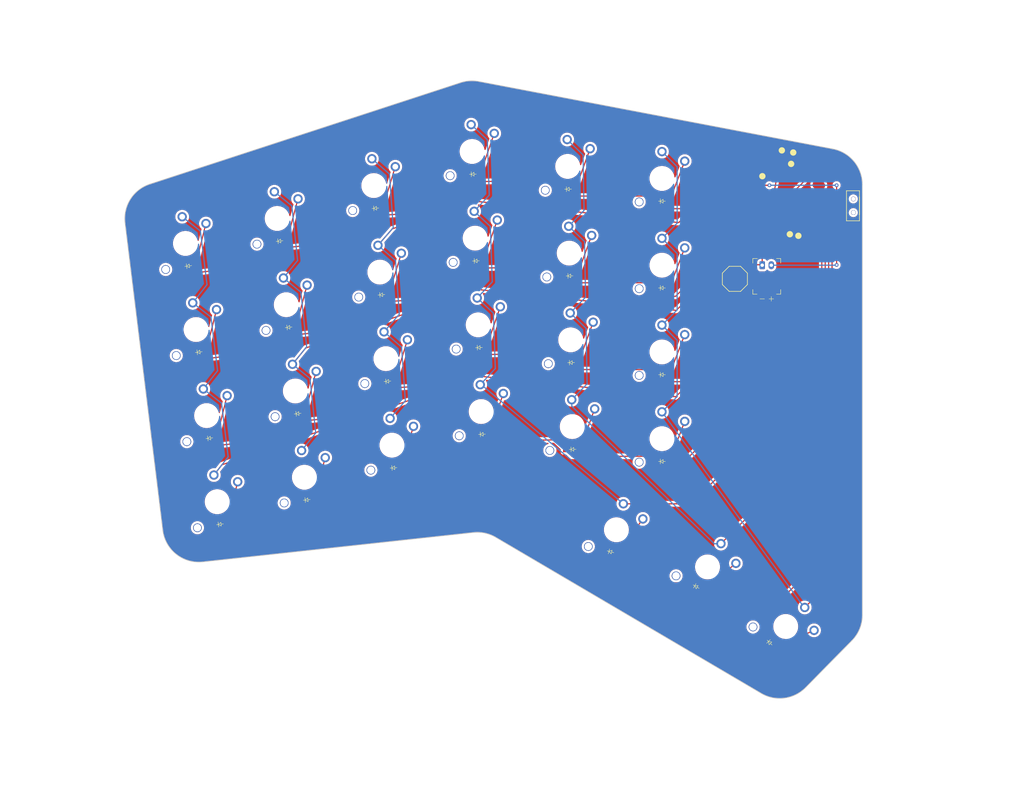
<source format=kicad_pcb>
(kicad_pcb (version 20241229) (generator "pcbnew") (generator_version "9.0")
  (title_block (title "biggie-splays_choc_v2_left") (rev "v1.0.0") (company "Unknown"))
  (layers (0 "F.Cu" signal) (2 "B.Cu" signal) (13 "F.Paste" user) (15 "B.Paste" user) (5 "F.SilkS" user "F.Silkscreen") (7 "B.SilkS" user "B.Silkscreen") (1 "F.Mask" user) (3 "B.Mask" user) (25 "Edge.Cuts" user))
  (net 0 "")
  (net 1 "D5")
  (net 2 "stretch_bottom")
  (net 3 "GND")
  (net 4 "D1")
  (net 5 "D2")
  (net 6 "stretch_home")
  (net 7 "stretch_high")
  (net 8 "stretch_num")
  (net 9 "D3")
  (net 10 "pinky_bottom")
  (net 11 "pinky_home")
  (net 12 "pinky_high")
  (net 13 "pinky_num")
  (net 14 "ring_bottom")
  (net 15 "ring_home")
  (net 16 "ring_high")
  (net 17 "ring_num")
  (net 18 "D7")
  (net 19 "middle_bottom")
  (net 20 "middle_home")
  (net 21 "middle_high")
  (net 22 "middle_num")
  (net 23 "D8")
  (net 24 "index_bottom")
  (net 25 "index_home")
  (net 26 "index_high")
  (net 27 "index_num")
  (net 28 "D10")
  (net 29 "inner_bottom")
  (net 30 "inner_home")
  (net 31 "inner_high")
  (net 32 "inner_num")
  (net 33 "near_fan")
  (net 34 "mid_fan")
  (net 35 "far_fan")
  (net 36 "D6")
  (net 37 "D4")
  (net 38 "D0")
  (net 39 "D9")
  (net 40 "RAW3V3")
  (net 41 "RAW5V")
  (net 42 "RST")
  (net 43 "BAT")
  (net 44 "BATCON")
  (footprint "E73:SPDT_C128955" (layer "F.Cu") (at 262.531677 95.439341 -90)
    (property "Reference" "T1" (hide yes))
    (property "Value" "" (hide yes))
  )
  (footprint "E73:SW_TACT_ALPS_SKQGABE010" (layer "F.Cu") (at 236.531671 111.48934 -90)
    (property "Reference" "B1" (hide yes))
    (property "Value" "" (hide yes))
  )
  (footprint "ceoloide:diode_tht_sod123" (layer "F.Cu") (at 200.919567 148.931973 1)
    (property "Reference" "D17" (hide yes))
    (property "Value" "")
  )
  (footprint "ceoloide:diode_tht_sod123" (layer "F.Cu") (at 118.881763 127.578524 7)
    (property "Reference" "D3" (hide yes))
    (property "Value" "")
  )
  (footprint "ceoloide:diode_tht_sod123" (layer "F.Cu") (at 181.029299 145.624883 2)
    (property "Reference" "D13" (hide yes))
    (property "Value" "")
  )
  (footprint "ceoloide:diode_tht_sod123" (layer "F.Cu") (at 179.699631 107.548093 2)
    (property "Reference" "D15" (hide yes))
    (property "Value" "")
  )
  (footprint "ceoloide:diode_tht_sod123" (layer "F.Cu") (at 138.593674 122.140762 6)
    (property "Reference" "D7" (hide yes))
    (property "Value" "")
  )
  (footprint "ceoloide:diode_tht_sod123" (layer "F.Cu") (at 209.237576 171.418965 -15)
    (property "Reference" "D25" (hide yes))
    (property "Value" "")
  )
  (footprint "ceoloide:diode_tht_sod123" (layer "F.Cu") (at 160.292109 133.996159 4)
    (property "Reference" "D10" (hide yes))
    (property "Value" "")
  )
  (footprint "ceoloide:diode_tht_sod123" (layer "F.Cu") (at 121.203375 146.486527 7)
    (property "Reference" "D2" (hide yes))
    (property "Value" "")
  )
  (footprint "xiao_smd" (layer "F.Cu") (at 246.531669 91.939337 -10.5)
    (property "Reference" "MCU1" (hide yes))
    (property "Value" "")
  )
  (footprint "ceoloide:diode_tht_sod123" (layer "F.Cu") (at 220.531672 113.489342)
    (property "Reference" "D23" (hide yes))
    (property "Value" "")
  )
  (footprint "ceoloide:battery_connector_jst_ph_2" (layer "F.Cu") (at 243.531672 108.489342)
    (property "Reference" "JST1" (hide yes))
    (property "Value" "")
  )
  (footprint "ceoloide:diode_tht_sod123" (layer "F.Cu") (at 244.157549 191.368602 -45)
    (property "Reference" "D27" (hide yes))
    (property "Value" "")
  )
  (footprint "ceoloide:diode_tht_sod123" (layer "F.Cu") (at 161.620964 152.999751 4)
    (property "Reference" "D9" (hide yes))
    (property "Value" "")
  )
  (footprint "ceoloide:diode_tht_sod123" (layer "F.Cu") (at 200.254634 110.837779 1)
    (property "Reference" "D19" (hide yes))
    (property "Value" "")
  )
  (footprint "ceoloide:diode_tht_sod123" (layer "F.Cu") (at 116.560154 108.670516 7)
    (property "Reference" "D4" (hide yes))
    (property "Value" "")
  )
  (footprint "ceoloide:diode_tht_sod123" (layer "F.Cu") (at 140.58494 141.086399 6)
    (property "Reference" "D6" (hide yes))
    (property "Value" "")
  )
  (footprint "ceoloide:diode_tht_sod123" (layer "F.Cu") (at 123.524987 165.394529 7)
    (property "Reference" "D1" (hide yes))
    (property "Value" "")
  )
  (footprint "ceoloide:diode_tht_sod123" (layer "F.Cu") (at 228.030635 179.08202 -30)
    (property "Reference" "D26" (hide yes))
    (property "Value" "")
  )
  (footprint "ceoloide:diode_tht_sod123" (layer "F.Cu") (at 157.63438 95.988964 4)
    (property "Reference" "D12" (hide yes))
    (property "Value" "")
  )
  (footprint "ceoloide:diode_tht_sod123" (layer "F.Cu") (at 136.602405 103.195113 6)
    (property "Reference" "D8" (hide yes))
    (property "Value" "")
  )
  (footprint "ceoloide:diode_tht_sod123" (layer "F.Cu") (at 158.963236 114.992558 4)
    (property "Reference" "D11" (hide yes))
    (property "Value" "")
  )
  (footprint "ceoloide:diode_tht_sod123" (layer "F.Cu") (at 142.576205 160.032039 6)
    (property "Reference" "D5" (hide yes))
    (property "Value" "")
  )
  (footprint "ceoloide:diode_tht_sod123" (layer "F.Cu") (at 179.034791 88.509699 2)
    (property "Reference" "D16" (hide yes))
    (property "Value" "")
  )
  (footprint "ceoloide:diode_tht_sod123" (layer "F.Cu") (at 220.531671 94.43934)
    (property "Reference" "D24" (hide yes))
    (property "Value" "")
  )
  (footprint "ceoloide:diode_tht_sod123" (layer "F.Cu") (at 220.531666 151.589343)
    (property "Reference" "D21" (hide yes))
    (property "Value" "")
  )
  (footprint "ceoloide:diode_tht_sod123" (layer "F.Cu") (at 180.364463 126.586489 2)
    (property "Reference" "D14" (hide yes))
    (property "Value" "")
  )
  (footprint "ceoloide:diode_tht_sod123" (layer "F.Cu") (at 199.922167 91.790677 1)
    (property "Reference" "D20" (hide yes))
    (property "Value" "")
  )
  (footprint "ceoloide:diode_tht_sod123" (layer "F.Cu") (at 220.531666 132.539341)
    (property "Reference" "D22" (hide yes))
    (property "Value" "")
  )
  (footprint "ceoloide:diode_tht_sod123" (layer "F.Cu") (at 200.587104 129.884878 1)
    (property "Reference" "D18" (hide yes))
    (property "Value" "")
  )
  (footprint "ceoloide:switch_choc_v1_v2" (layer "B.Cu") (at 220.531669 127.539346)
    (property "Reference" "S22" (hide yes))
    (property "Value" "")
  )
  (footprint "ceoloide:switch_choc_v1_v2" (layer "B.Cu") (at 140.062295 136.113789 6)
    (property "Reference" "S6" (hide yes))
    (property "Value" "")
  )
  (footprint "ceoloide:switch_choc_v1_v2" (layer "B.Cu") (at 118.27242 122.615794 7)
    (property "Reference" "S3" (hide yes))
    (property "Value" "")
  )
  (footprint "ceoloide:switch_choc_v1_v2" (layer "B.Cu") (at 230.530633 174.751895 -30)
    (property "Reference" "S26" (hide yes))
    (property "Value" "")
  )
  (footprint "ceoloide:switch_choc_v1_v2" (layer "B.Cu") (at 120.594029 141.52379 7)
    (property "Reference" "S2" (hide yes))
    (property "Value" "")
  )
  (footprint "ceoloide:switch_choc_v1_v2" (layer "B.Cu") (at 159.943322 129.008335 4)
    (property "Reference" "S10" (hide yes))
    (property "Value" "")
  )
  (footprint "ceoloide:switch_choc_v1_v2" (layer "B.Cu") (at 138.071025 117.168145 6)
    (property "Reference" "S7" (hide yes))
    (property "Value" "")
  )
  (footprint "ceoloide:switch_choc_v1_v2" (layer "B.Cu") (at 220.531673 108.489344)
    (property "Reference" "S23" (hide yes))
    (property "Value" "")
  )
  (footprint "ceoloide:switch_choc_v1_v2" (layer "B.Cu") (at 180.189966 121.589532 2)
    (property "Reference" "S14" (hide yes))
    (property "Value" "")
  )
  (footprint "ceoloide:switch_choc_v1_v2" (layer "B.Cu") (at 200.832305 143.93274 1)
    (property "Reference" "S17" (hide yes))
    (property "Value" "")
  )
  (footprint "ceoloide:switch_choc_v1_v2" (layer "B.Cu") (at 220.53167 146.589343)
    (property "Reference" "S21" (hide yes))
    (property "Value" "")
  )
  (footprint "ceoloide:switch_choc_v1_v2" (layer "B.Cu") (at 161.272178 148.011931 4)
    (property "Reference" "S9" (hide yes))
    (property "Value" "")
  )
  (footprint "ceoloide:switch_choc_v1_v2" (layer "B.Cu") (at 247.693085 187.833073 -45)
    (property "Reference" "S27" (hide yes))
    (property "Value" "")
  )
  (footprint "ceoloide:switch_choc_v1_v2" (layer "B.Cu") (at 136.07976 98.222503 6)
    (property "Reference" "S8" (hide yes))
    (property "Value" "")
  )
  (footprint "ceoloide:switch_choc_v1_v2" (layer "B.Cu") (at 115.950807 103.707787 7)
    (property "Reference" "S4" (hide yes))
    (property "Value" "")
  )
  (footprint "ceoloide:switch_choc_v1_v2" (layer "B.Cu") (at 210.531673 166.58934 -15)
    (property "Reference" "S25" (hide yes))
    (property "Value" "")
  )
  (footprint "ceoloide:switch_choc_v1_v2" (layer "B.Cu") (at 200.499839 124.885636 1)
    (property "Reference" "S18" (hide yes))
    (property "Value" "")
  )
  (footprint "ceoloide:switch_choc_v1_v2" (layer "B.Cu") (at 179.52513 102.551142 2)
    (property "Reference" "S15" (hide yes))
    (property "Value" "")
  )
  (footprint "ceoloide:switch_choc_v1_v2" (layer "B.Cu") (at 122.915639 160.431798 7)
    (property "Reference" "S1" (hide yes))
    (property "Value" "")
  )
  (footprint "ceoloide:switch_choc_v1_v2" (layer "B.Cu") (at 158.614454 110.004746 4)
    (property "Reference" "S11" (hide yes))
    (property "Value" "")
  )
  (footprint "ceoloide:switch_choc_v1_v2" (layer "B.Cu") (at 200.167367 105.838541 1)
    (property "Reference" "S19" (hide yes))
    (property "Value" "")
  )
  (footprint "ceoloide:switch_choc_v1_v2" (layer "B.Cu") (at 157.285598 91.001143 4)
    (property "Reference" "S12" (hide yes))
    (property "Value" "")
  )
  (footprint "ceoloide:switch_choc_v1_v2" (layer "B.Cu") (at 180.8548 140.627931 2)
    (property "Reference" "S13" (hide yes))
    (property "Value" "")
  )
  (footprint "ceoloide:switch_choc_v1_v2" (layer "B.Cu") (at 199.8349 86.791441 1)
    (property "Reference" "S20" (hide yes))
    (property "Value" "")
  )
  (footprint "ceoloide:switch_choc_v1_v2" (layer "B.Cu") (at 142.053563 155.059433 6)
    (property "Reference" "S5" (hide yes))
    (property "Value" "")
  )
  (footprint "ceoloide:switch_choc_v1_v2" (layer "B.Cu") (at 220.531666 89.439341)
    (property "Reference" "S24" (hide yes))
    (property "Value" "")
  )
  (footprint "ceoloide:switch_choc_v1_v2" (layer "B.Cu") (at 178.860292 83.512744 2)
    (property "Reference" "S16" (hide yes))
    (property "Value" "")
  )
  (gr_arc (start 102.678058 99.245522) (mid 103.867704 93.977813) (end 108.133566 90.666266) (stroke (width 0.15)) (layer "Edge.Cuts"))
  (gr_arc (start 179.138443 167.210385) (mid 181.683237 167.342367) (end 184.057423 168.267908) (stroke (width 0.15)) (layer "Edge.Cuts"))
  (gr_arc (start 252.070878 201.247468) (mid 247.413185 203.566863) (end 242.314091 202.530987) (stroke (width 0.15)) (layer "Edge.Cuts"))
  (gr_line (start 180.333748 68.120906) (end 258.030209 82.937057) (stroke (width 0.15)) (layer "Edge.Cuts"))
  (gr_line (start 110.957633 166.677276) (end 102.678061 99.245522) (stroke (width 0.15)) (layer "Edge.Cuts"))
  (gr_arc (start 176.350342 68.374994) (mid 178.325943 67.995532) (end 180.333748 68.120906) (stroke (width 0.15)) (layer "Edge.Cuts"))
  (gr_line (start 242.314092 202.530984) (end 184.057423 168.267908) (stroke (width 0.15)) (layer "Edge.Cuts"))
  (gr_line (start 262.232788 190.92463) (end 252.070879 201.247463) (stroke (width 0.15)) (layer "Edge.Cuts"))
  (gr_arc (start 258.030209 82.937057) (mid 262.695622 85.695857) (end 264.531665 90.795453) (stroke (width 0.15)) (layer "Edge.Cuts"))
  (gr_arc (start 119.761315 173.655609) (mid 113.928554 171.971657) (end 110.957633 166.677276) (stroke (width 0.15)) (layer "Edge.Cuts"))
  (gr_line (start 108.133566 90.666266) (end 176.350345 68.374993) (stroke (width 0.15)) (layer "Edge.Cuts"))
  (gr_line (start 264.531665 90.795453) (end 264.531674 185.312386) (stroke (width 0.15)) (layer "Edge.Cuts"))
  (gr_line (start 179.138443 167.210385) (end 119.761317 173.655607) (stroke (width 0.15)) (layer "Edge.Cuts"))
  (gr_arc (start 264.531674 185.312386) (mid 263.934675 188.344799) (end 262.232788 190.92463) (stroke (width 0.15)) (layer "Edge.Cuts"))
  (segment (start 223.544856 137.389394) (end 180.47558 132.862631) (width 0.25) (layer "F.Cu") (net 1))
  (segment (start 123.955971 152.323891) (end 122.196607 154.575775) (width 0.25) (layer "F.Cu") (net 1))
  (segment (start 238.113508 95.545637) (end 236.294121 95.545639) (width 0.25) (layer "F.Cu") (net 1))
  (segment (start 180.47558 132.862631) (end 123.955971 152.323891) (width 0.25) (layer "F.Cu") (net 1))
  (segment (start 231.76533 129.168919) (end 223.544856 137.389394) (width 0.25) (layer "F.Cu") (net 1))
  (segment (start 231.765329 100.074429) (end 231.76533 129.168919) (width 0.25) (layer "F.Cu") (net 1))
  (segment (start 236.294121 95.545639) (end 231.765329 100.074429) (width 0.25) (layer "F.Cu") (net 1))
  (segment (start 115.231777 97.851764) (end 119.233424 100.978196) (width 0.25) (layer "B.Cu") (net 1))
  (segment (start 117.553388 116.759767) (end 121.555033 119.886197) (width 0.25) (layer "B.Cu") (net 1))
  (segment (start 125.323038 150.574133) (end 122.19661 154.575776) (width 0.25) (layer "B.Cu") (net 1))
  (segment (start 123.001433 131.666124) (end 119.875002 135.667769) (width 0.25) (layer "B.Cu") (net 1))
  (segment (start 123.876648 138.794204) (end 125.323038 150.574133) (width 0.25) (layer "B.Cu") (net 1))
  (segment (start 121.555033 119.886197) (end 123.001433 131.666124) (width 0.25) (layer "B.Cu") (net 1))
  (segment (start 120.679818 112.758125) (end 117.553388 116.759767) (width 0.25) (layer "B.Cu") (net 1))
  (segment (start 119.875002 135.667769) (end 123.876648 138.794204) (width 0.25) (layer "B.Cu") (net 1))
  (segment (start 119.233424 100.978196) (end 120.679818 112.758125) (width 0.25) (layer "B.Cu") (net 1))
  (segment (start 127.415264 156.050777) (end 125.143644 165.161747) (width 0.25) (layer "F.Cu") (net 2))
  (segment (start 125.143644 165.161747) (end 125.162689 165.193447) (width 0.25) (layer "F.Cu") (net 2))
  (segment (start 242.531674 99.268682) (end 253.467313 88.333033) (width 0.25) (layer "F.Cu") (net 3))
  (segment (start 242.531676 108.489338) (end 242.531674 99.268682) (width 0.25) (layer "F.Cu") (net 3))
  (segment (start 238.381667 108.38934) (end 242.431671 108.389342) (width 0.25) (layer "F.Cu") (net 3))
  (segment (start 242.431671 108.389342) (end 242.531676 108.489338) (width 0.25) (layer "F.Cu") (net 3))
  (segment (start 238.381669 114.58934) (end 238.381667 108.38934) (width 0.25) (layer "F.Cu") (net 3))
  (segment (start 253.467313 88.333033) (end 254.949833 88.333044) (width 0.25) (layer "F.Cu") (net 3))
  (segment (start 237.78399 85.555767) (end 224.234784 99.104976) (width 0.25) (layer "F.Cu") (net 4))
  (segment (start 179.096895 94.39475) (end 161.341674 100.508361) (width 0.25) (layer "F.Cu") (net 4))
  (segment (start 223.911714 99.104974) (end 179.096895 94.39475) (width 0.25) (layer "F.Cu") (net 4))
  (segment (start 161.341674 100.508361) (end 158.202893 104.119119) (width 0.25) (layer "F.Cu") (net 4))
  (segment (start 239.965025 85.555768) (end 237.78399 85.555767) (width 0.25) (layer "F.Cu") (net 4))
  (segment (start 224.234784 99.104976) (end 223.911714 99.104974) (width 0.25) (layer "F.Cu") (net 4))
  (segment (start 158.202899 104.11911) (end 162.054965 107.467667) (width 0.25) (layer "B.Cu") (net 4))
  (segment (start 159.531757 123.122712) (end 163.383822 126.471264) (width 0.25) (layer "B.Cu") (net 4))
  (segment (start 163.383822 126.471264) (end 164.209168 138.274235) (width 0.25) (layer "B.Cu") (net 4))
  (segment (start 162.054965 107.467667) (end 162.880309 119.27064) (width 0.25) (layer "B.Cu") (net 4))
  (segment (start 164.209168 138.274235) (end 160.860616 142.126305) (width 0.25) (layer "B.Cu") (net 4))
  (segment (start 161.551449 100.267042) (end 158.202899 104.11911) (width 0.25) (layer "B.Cu") (net 4))
  (segment (start 162.880309 119.27064) (end 159.531757 123.122712) (width 0.25) (layer "B.Cu") (net 4))
  (segment (start 160.726107 88.464071) (end 161.551449 100.267042) (width 0.25) (layer "B.Cu") (net 4))
  (segment (start 156.874033 85.11552) (end 160.726107 88.464071) (width 0.25) (layer "B.Cu") (net 4))
  (segment (start 179.645082 109.145413) (end 196.517597 108.850905) (width 0.25) (layer "F.Cu") (net 5))
  (segment (start 158.888687 116.590257) (end 170.97515 115.745091) (width 0.25) (layer "F.Cu") (net 5))
  (segment (start 117.244064 127.77961) (end 119.055194 129.194617) (width 0.25) (layer "F.Cu") (net 5))
  (segment (start 138.727709 123.915551) (end 151.250618 122.599337) (width 0.25) (layer "F.Cu") (net 5))
  (segment (start 157.32594 115.231778) (end 158.888687 116.590257) (width 0.25) (layer "F.Cu") (net 5))
  (segment (start 237.286522 88.053236) (end 228.765328 96.574428) (width 0.25) (layer "F.Cu") (net 5))
  (segment (start 220.015329 115.324429) (end 218.881674 114.190774) (width 0.25) (layer "F.Cu") (net 5))
  (segment (start 239.502143 88.053237) (end 237.286522 88.053236) (width 0.25) (layer "F.Cu") (net 5))
  (segment (start 196.517597 108.850905) (end 198.604887 110.866575) (width 0.25) (layer "F.Cu") (net 5))
  (segment (start 136.952713 122.31323) (end 136.971665 122.493525) (width 0.25) (layer "F.Cu") (net 5))
  (segment (start 178.050636 107.605678) (end 179.645082 109.145413) (width 0.25) (layer "F.Cu") (net 5))
  (segment (start 200.089327 112.351018) (end 198.604887 110.866575) (width 0.25) (layer "F.Cu") (net 5))
  (segment (start 223.515329 115.32443) (end 220.015329 115.324429) (width 0.25) (layer "F.Cu") (net 5))
  (segment (start 119.055194 129.194617) (end 132.904992 127.494077) (width 0.25) (layer "F.Cu") (net 5))
  (segment (start 151.250618 122.599337) (end 157.317257 115.107656) (width 0.25) (layer "F.Cu") (net 5))
  (segment (start 217.743353 112.351021) (end 200.089327 112.351018) (width 0.25) (layer "F.Cu") (net 5))
  (segment (start 170.97515 115.745091) (end 178.050636 107.605678) (width 0.25) (layer "F.Cu") (net 5))
  (segment (start 218.881671 113.489339) (end 217.743353 112.351021) (width 0.25) (layer "F.Cu") (net 5))
  (segment (start 132.904992 127.494077) (end 136.952713 122.31323) (width 0.25) (layer "F.Cu") (net 5))
  (segment (start 157.317257 115.107657) (end 157.32594 115.231778) (width 0.25) (layer "F.Cu") (net 5))
  (segment (start 136.971665 122.493525) (end 138.727709 123.915551) (width 0.25) (layer "F.Cu") (net 5))
  (segment (start 228.765329 110.07443) (end 223.515329 115.32443) (width 0.25) (layer "F.Cu") (net 5))
  (segment (start 218.881674 114.190774) (end 218.881672 113.489343) (width 0.25) (layer "F.Cu") (net 5))
  (segment (start 228.765328 96.574428) (end 228.765329 110.07443) (width 0.25) (layer "F.Cu") (net 5))
  (segment (start 125.093655 137.142772) (end 122.822031 146.253753) (width 0.25) (layer "F.Cu") (net 6))
  (segment (start 122.822031 146.253753) (end 122.841073 146.285445) (width 0.25) (layer "F.Cu") (net 6))
  (segment (start 122.772047 118.234771) (end 120.500421 127.345749) (width 0.25) (layer "F.Cu") (net 7))
  (segment (start 120.500421 127.345749) (end 120.519466 127.377442) (width 0.25) (layer "F.Cu") (net 7))
  (segment (start 118.178811 108.437746) (end 118.197855 108.469438) (width 0.25) (layer "F.Cu") (net 8))
  (segment (start 120.450434 99.326771) (end 118.178811 108.437746) (width 0.25) (layer "F.Cu") (net 8))
  (segment (start 223.667163 118.410413) (end 179.758051 113.79538) (width 0.25) (layer "F.Cu") (net 9))
  (segment (start 142.331408 126.682405) (end 139.445576 130.246108) (width 0.25) (layer "F.Cu") (net 9))
  (segment (start 239.039266 90.550703) (end 237.039056 90.550704) (width 0.25) (layer "F.Cu") (net 9))
  (segment (start 229.765329 97.824429) (end 229.76533 112.31225) (width 0.25) (layer "F.Cu") (net 9))
  (segment (start 179.758051 113.79538) (end 142.331408 126.682405) (width 0.25) (layer "F.Cu") (net 9))
  (segment (start 237.039056 90.550704) (end 229.765329 97.824429) (width 0.25) (layer "F.Cu") (net 9))
  (segment (start 229.76533 112.31225) (end 223.667163 118.410413) (width 0.25) (layer "F.Cu") (net 9))
  (segment (start 140.562805 107.461791) (end 137.454307 111.300463) (width 0.25) (layer "B.Cu") (net 9))
  (segment (start 141.292981 114.408958) (end 142.554073 126.407438) (width 0.25) (layer "B.Cu") (net 9))
  (segment (start 142.554073 126.407438) (end 139.445576 130.246111) (width 0.25) (layer "B.Cu") (net 9))
  (segment (start 143.28425 133.354605) (end 144.545339 145.353084) (width 0.25) (layer "B.Cu") (net 9))
  (segment (start 144.545339 145.353084) (end 141.436845 149.191746) (width 0.25) (layer "B.Cu") (net 9))
  (segment (start 139.445576 130.246111) (end 143.28425 133.354605) (width 0.25) (layer "B.Cu") (net 9))
  (segment (start 137.454307 111.300463) (end 141.292981 114.408958) (width 0.25) (layer "B.Cu") (net 9))
  (segment (start 135.463045 92.354825) (end 139.301713 95.463314) (width 0.25) (layer "B.Cu") (net 9))
  (segment (start 139.301713 95.463314) (end 140.562805 107.461791) (width 0.25) (layer "B.Cu") (net 9))
  (segment (start 144.198678 159.827553) (end 144.217165 159.859567) (width 0.25) (layer "F.Cu") (net 10))
  (segment (start 146.628966 150.757603) (end 144.198678 159.827553) (width 0.25) (layer "F.Cu") (net 10))
  (segment (start 142.207411 140.881906) (end 142.225899 140.913928) (width 0.25) (layer "F.Cu") (net 11))
  (segment (start 144.637697 131.81196) (end 142.207411 140.881906) (width 0.25) (layer "F.Cu") (net 11))
  (segment (start 142.64643 112.866321) (end 140.216144 121.936268) (width 0.25) (layer "F.Cu") (net 12))
  (segment (start 140.216144 121.936268) (end 140.23463 121.968288) (width 0.25) (layer "F.Cu") (net 12))
  (segment (start 140.655163 93.920678) (end 138.224875 102.990621) (width 0.25) (layer "F.Cu") (net 13))
  (segment (start 138.224875 102.990621) (end 138.243364 103.02264) (width 0.25) (layer "F.Cu") (net 13))
  (segment (start 163.249585 152.852005) (end 163.266941 152.88465) (width 0.25) (layer "F.Cu") (net 14))
  (segment (start 165.994927 143.872405) (end 163.249585 152.852005) (width 0.25) (layer "F.Cu") (net 14))
  (segment (start 161.920725 133.848412) (end 161.938085 133.881062) (width 0.25) (layer "F.Cu") (net 15))
  (segment (start 164.666066 124.86881) (end 161.920725 133.848412) (width 0.25) (layer "F.Cu") (net 15))
  (segment (start 160.591863 114.844819) (end 160.609218 114.877461) (width 0.25) (layer "F.Cu") (net 16))
  (segment (start 163.337203 105.865215) (end 160.591863 114.844819) (width 0.25) (layer "F.Cu") (net 16))
  (segment (start 159.263004 95.841225) (end 159.280358 95.873863) (width 0.25) (layer "F.Cu") (net 17))
  (segment (start 162.008349 86.861618) (end 159.263004 95.841225) (width 0.25) (layer "F.Cu") (net 17))
  (segment (start 255.613778 101.936577) (end 255.613775 102.686578) (width 0.25) (layer "F.Cu") (net 18))
  (segment (start 254.997574 100.820378) (end 255.613773 101.436578) (width 0.25) (layer "F.Cu") (net 18))
  (segment (start 255.613772 103.936581) (end 255.613772 132.206822) (width 0.25) (layer "F.Cu") (net 18))
  (segment (start 255.613772 132.206822) (end 226.930219 160.890378) (width 0.25) (layer "F.Cu") (net 18))
  (segment (start 255.613773 101.436578) (end 255.613778 101.936577) (width 0.25) (layer "F.Cu") (net 18))
  (segment (start 252.63544 100.820378) (end 254.997574 100.820378) (width 0.25) (layer "F.Cu") (net 18))
  (segment (start 226.930219 160.890378) (end 212.058705 160.890379) (width 0.25) (layer "F.Cu") (net 18))
  (segment (start 255.613775 102.686578) (end 255.613772 103.936581) (width 0.25) (layer "F.Cu") (net 18))
  (segment (start 182.630131 93.104218) (end 179.31922 96.654732) (width 0.25) (layer "B.Cu") (net 18))
  (segment (start 182.204902 80.927248) (end 182.630131 93.104218) (width 0.25) (layer "B.Cu") (net 18))
  (segment (start 183.534576 119.004036) (end 183.959799 131.181012) (width 0.25) (layer "B.Cu") (net 18))
  (segment (start 179.31922 96.654732) (end 182.869735 99.965642) (width 0.25) (layer "B.Cu") (net 18))
  (segment (start 182.869735 99.965642) (end 183.29497 112.142612) (width 0.25) (layer "B.Cu") (net 18))
  (segment (start 183.959799 131.181012) (end 180.648895 134.731524) (width 0.25) (layer "B.Cu") (net 18))
  (segment (start 183.29497 112.142612) (end 179.984054 115.693128) (width 0.25) (layer "B.Cu") (net 18))
  (segment (start 180.648893 134.731523) (end 180.861619 134.712912) (width 0.25) (layer "B.Cu") (net 18))
  (segment (start 179.984054 115.693128) (end 183.534576 119.004036) (width 0.25) (layer "B.Cu") (net 18))
  (segment (start 180.861619 134.712912) (end 212.058705 160.890376) (width 0.25) (layer "B.Cu") (net 18))
  (segment (start 178.654388 77.616333) (end 182.204902 80.927248) (width 0.25) (layer "B.Cu") (net 18))
  (segment (start 182.662084 145.534064) (end 182.678291 145.567297) (width 0.25) (layer "F.Cu") (net 19))
  (segment (start 185.71913 136.655745) (end 182.662084 145.534064) (width 0.25) (layer "F.Cu") (net 19))
  (segment (start 185.054305 117.617348) (end 181.997252 126.495675) (width 0.25) (layer "F.Cu") (net 20))
  (segment (start 181.997252 126.495675) (end 182.013455 126.528904) (width 0.25) (layer "F.Cu") (net 20))
  (segment (start 181.332416 107.457272) (end 181.348621 107.490512) (width 0.25) (layer "F.Cu") (net 21))
  (segment (start 184.389463 98.578956) (end 181.332416 107.457272) (width 0.25) (layer "F.Cu") (net 21))
  (segment (start 180.667577 88.418884) (end 180.683787 88.452116) (width 0.25) (layer "F.Cu") (net 22))
  (segment (start 183.724628 79.540565) (end 180.667577 88.418884) (width 0.25) (layer "F.Cu") (net 22))
  (segment (start 256.363775 146.759204) (end 233.480632 169.642343) (width 0.25) (layer "F.Cu") (net 23))
  (segment (start 253.09832 98.322911) (end 255.500105 98.322911) (width 0.25) (layer "F.Cu") (net 23))
  (segment (start 256.363775 99.186577) (end 256.363775 146.759204) (width 0.25) (layer "F.Cu") (net 23))
  (segment (start 255.500105 98.322911) (end 256.363775 99.186577) (width 0.25) (layer "F.Cu") (net 23))
  (segment (start 232.024835 169.667754) (end 233.480632 169.642344) (width 0.25) (layer "B.Cu") (net 23))
  (segment (start 203.549432 103.304896) (end 203.762326 115.501502) (width 0.25) (layer "B.Cu") (net 23))
  (segment (start 200.754415 139.470261) (end 232.024835 169.667754) (width 0.25) (layer "B.Cu") (net 23))
  (segment (start 199.731933 80.892341) (end 203.216964 84.257793) (width 0.25) (layer "B.Cu") (net 23))
  (segment (start 203.429858 96.454413) (end 200.0644 99.939437) (width 0.25) (layer "B.Cu") (net 23))
  (segment (start 200.396868 118.986541) (end 203.881896 122.351992) (width 0.25) (layer "B.Cu") (net 23))
  (segment (start 204.094792 134.548606) (end 200.729337 138.033638) (width 0.25) (layer "B.Cu") (net 23))
  (segment (start 200.0644 99.939437) (end 203.549432 103.304896) (width 0.25) (layer "B.Cu") (net 23))
  (segment (start 203.881896 122.351992) (end 204.094792 134.548606) (width 0.25) (layer "B.Cu") (net 23))
  (segment (start 200.729338 138.03364) (end 200.754415 139.470261) (width 0.25) (layer "B.Cu") (net 23))
  (segment (start 203.762326 115.501502) (end 200.396868 118.986541) (width 0.25) (layer "B.Cu") (net 23))
  (segment (start 203.216964 84.257793) (end 203.429858 96.454413) (width 0.25) (layer "B.Cu") (net 23))
  (segment (start 202.553693 148.86967) (end 202.569317 148.903181) (width 0.25) (layer "F.Cu") (net 24))
  (segment (start 205.765225 140.046056) (end 202.553693 148.86967) (width 0.25) (layer "F.Cu") (net 24))
  (segment (start 202.221224 129.822573) (end 202.23685 129.856083) (width 0.25) (layer "F.Cu") (net 25))
  (segment (start 205.432758 120.998952) (end 202.221224 129.822573) (width 0.25) (layer "F.Cu") (net 25))
  (segment (start 201.888755 110.775471) (end 201.904382 110.808983) (width 0.25) (layer "F.Cu") (net 26))
  (segment (start 205.100288 101.951856) (end 201.888755 110.775471) (width 0.25) (layer "F.Cu") (net 26))
  (segment (start 201.556287 91.728372) (end 201.57191 91.761881) (width 0.25) (layer "F.Cu") (net 27))
  (segment (start 204.767818 82.904757) (end 201.556287 91.728372) (width 0.25) (layer "F.Cu") (net 27))
  (segment (start 257.863779 177.662383) (end 251.865018 183.661141) (width 0.25) (layer "F.Cu") (net 28))
  (segment (start 257.863777 94.686577) (end 257.863772 96.186575) (width 0.25) (layer "F.Cu") (net 28))
  (segment (start 256.505177 93.327976) (end 257.863777 94.686577) (width 0.25) (layer "F.Cu") (net 28))
  (segment (start 257.863772 96.186575) (end 257.863776 98.936575) (width 0.25) (layer "F.Cu") (net 28))
  (segment (start 254.024069 93.327974) (end 256.505177 93.327976) (width 0.25) (layer "F.Cu") (net 28))
  (segment (start 257.863776 98.936575) (end 257.863779 177.662383) (width 0.25) (layer "F.Cu") (net 28))
  (segment (start 220.531673 83.53934) (end 223.863775 86.871444) (width 0.25) (layer "B.Cu") (net 28))
  (segment (start 220.531671 140.689344) (end 251.737881 183.641006) (width 0.25) (layer "B.Cu") (net 28))
  (segment (start 223.863775 137.357234) (end 220.53167 140.689343) (width 0.25) (layer "B.Cu") (net 28))
  (segment (start 223.863775 86.871444) (end 223.863778 99.257231) (width 0.25) (layer "B.Cu") (net 28))
  (segment (start 220.531671 102.589342) (end 223.86378 105.921446) (width 0.25) (layer "B.Cu") (net 28))
  (segment (start 251.737881 183.641006) (end 251.865018 183.661142) (width 0.25) (layer "B.Cu") (net 28))
  (segment (start 223.863778 99.257231) (end 220.531671 102.589342) (width 0.25) (layer "B.Cu") (net 28))
  (segment (start 220.531672 121.639342) (end 223.863777 124.971445) (width 0.25) (layer "B.Cu") (net 28))
  (segment (start 223.863777 124.971445) (end 223.863775 137.357234) (width 0.25) (layer "B.Cu") (net 28))
  (segment (start 223.863775 118.307233) (end 220.531672 121.639342) (width 0.25) (layer "B.Cu") (net 28))
  (segment (start 223.86378 105.921446) (end 223.863775 118.307233) (width 0.25) (layer "B.Cu") (net 28))
  (segment (start 225.531674 142.789341) (end 222.166631 151.555574) (width 0.25) (layer "F.Cu") (net 29))
  (segment (start 222.166631 151.555574) (end 222.181667 151.58934) (width 0.25) (layer "F.Cu") (net 29))
  (segment (start 222.166632 132.505564) (end 222.181672 132.539338) (width 0.25) (layer "F.Cu") (net 30))
  (segment (start 225.531674 123.739339) (end 222.166632 132.505564) (width 0.25) (layer "F.Cu") (net 30))
  (segment (start 225.531671 104.689344) (end 222.166634 113.455569) (width 0.25) (layer "F.Cu") (net 31))
  (segment (start 222.166634 113.455569) (end 222.181673 113.489341) (width 0.25) (layer "F.Cu") (net 31))
  (segment (start 222.166636 94.405565) (end 222.181673 94.439342) (width 0.25) (layer "F.Cu") (net 32))
  (segment (start 225.531676 85.63934) (end 222.166636 94.405565) (width 0.25) (layer "F.Cu") (net 32))
  (segment (start 210.825575 171.809503) (end 210.831356 171.846013) (width 0.25) (layer "F.Cu") (net 33))
  (segment (start 216.344813 164.212919) (end 210.825575 171.809503) (width 0.25) (layer "F.Cu") (net 33))
  (segment (start 236.760757 173.960996) (end 229.463435 179.87025) (width 0.25) (layer "F.Cu") (net 34))
  (segment (start 229.463435 179.87025) (end 229.459572 179.907014) (width 0.25) (layer "F.Cu") (net 34))
  (segment (start 245.337521 192.500817) (end 245.324278 192.535325) (width 0.25) (layer "F.Cu") (net 35))
  (segment (start 253.915624 188.681599) (end 245.337521 192.500817) (width 0.25) (layer "F.Cu") (net 35))
  (segment (start 123.865586 167.141227) (end 136.751862 165.558995) (width 0.25) (layer "F.Cu") (net 36))
  (segment (start 217.755671 150.463342) (end 200.772388 150.463342) (width 0.25) (layer "F.Cu") (net 36))
  (segment (start 197.080802 146.846864) (end 199.269819 148.960774) (width 0.25) (layer "F.Cu") (net 36))
  (segment (start 140.935244 160.20451) (end 140.943741 160.285354) (width 0.25) (layer "F.Cu") (net 36))
  (segment (start 218.881667 151.589343) (end 217.755671 150.463342) (width 0.25) (layer "F.Cu") (net 36))
  (segment (start 142.69979 161.707377) (end 153.976682 160.522129) (width 0.25) (layer "F.Cu") (net 36))
  (segment (start 136.751862 165.558995) (end 140.935244 160.20451) (width 0.25) (layer "F.Cu") (net 36))
  (segment (start 121.887291 165.59561) (end 123.865586 167.141227) (width 0.25) (layer "F.Cu") (net 36))
  (segment (start 232.718209 105.814745) (end 232.718205 144.314748) (width 0.25) (layer "F.Cu") (net 36))
  (segment (start 179.383158 145.846103) (end 180.715281 147.132522) (width 0.25) (layer "F.Cu") (net 36))
  (segment (start 180.715281 147.132522) (end 197.080802 146.846864) (width 0.25) (layer "F.Cu") (net 36))
  (segment (start 232.718205 144.314748) (end 223.46821 153.564745) (width 0.25) (layer "F.Cu") (net 36))
  (segment (start 161.806261 154.729642) (end 172.144112 154.006753) (width 0.25) (layer "F.Cu") (net 36))
  (segment (start 159.974983 153.114849) (end 159.976685 153.13922) (width 0.25) (layer "F.Cu") (net 36))
  (segment (start 237.650632 100.882321) (end 232.718209 105.814745) (width 0.25) (layer "F.Cu") (net 36))
  (segment (start 179.3803 145.682465) (end 179.383158 145.846103) (width 0.25) (layer "F.Cu") (net 36))
  (segment (start 220.468206 153.564747) (end 218.88167 151.978207) (width 0.25) (layer "F.Cu") (net 36))
  (segment (start 153.976682 160.522129) (end 159.974983 153.114849) (width 0.25) (layer "F.Cu") (net 36))
  (segment (start 218.88167 151.978207) (end 218.881667 151.589343) (width 0.25) (layer "F.Cu") (net 36))
  (segment (start 159.976685 153.13922) (end 161.806261 154.729642) (width 0.25) (layer "F.Cu") (net 36))
  (segment (start 172.144112 154.006753) (end 179.380299 145.682464) (width 0.25) (layer "F.Cu") (net 36))
  (segment (start 140.943741 160.285354) (end 142.69979 161.707377) (width 0.25) (layer "F.Cu") (net 36))
  (segment (start 237.650628 98.043109) (end 237.650632 100.882321) (width 0.25) (layer "F.Cu") (net 36))
  (segment (start 223.46821 153.564745) (end 220.468206 153.564747) (width 0.25) (layer "F.Cu") (net 36))
  (segment (start 200.772388 150.463342) (end 199.269819 148.960774) (width 0.25) (layer "F.Cu") (net 36))
  (segment (start 134.870716 146.647282) (end 138.962535 141.409992) (width 0.25) (layer "F.Cu") (net 37))
  (segment (start 140.713751 142.811464) (end 152.613658 141.560734) (width 0.25) (layer "F.Cu") (net 37))
  (segment (start 171.675602 134.742507) (end 178.715463 126.644071) (width 0.25) (layer "F.Cu") (net 37))
  (segment (start 230.765329 98.82443) (end 230.765329 128.074428) (width 0.25) (layer "F.Cu") (net 37))
  (segment (start 236.541586 93.048172) (end 230.765329 98.82443) (width 0.25) (layer "F.Cu") (net 37))
  (segment (start 152.613658 141.560734) (end 158.646127 134.111259) (width 0.25) (layer "F.Cu") (net 37))
  (segment (start 217.755674 131.413342) (end 200.437024 131.413341) (width 0.25) (layer "F.Cu") (net 37))
  (segment (start 138.962535 141.409992) (end 138.943976 141.258871) (width 0.25) (layer "F.Cu") (net 37))
  (segment (start 121.599691 148.276758) (end 134.870716 146.647282) (width 0.25) (layer "F.Cu") (net 37))
  (segment (start 138.943981 141.258869) (end 138.957704 141.389441) (width 0.25) (layer "F.Cu") (net 37))
  (segment (start 230.765329 128.074428) (end 224.765329 134.07443) (width 0.25) (layer "F.Cu") (net 37))
  (segment (start 200.437024 131.413341) (end 198.937351 129.913673) (width 0.25) (layer "F.Cu") (net 37))
  (segment (start 220.416754 134.07443) (end 218.881667 132.539342) (width 0.25) (layer "F.Cu") (net 37))
  (segment (start 119.565673 146.687609) (end 121.599691 148.276758) (width 0.25) (layer "F.Cu") (net 37))
  (segment (start 160.288307 135.538781) (end 171.675602 134.742507) (width 0.25) (layer "F.Cu") (net 37))
  (segment (start 178.715463 126.644071) (end 180.262003 128.13754) (width 0.25) (layer "F.Cu") (net 37))
  (segment (start 224.765329 134.07443) (end 220.416754 134.07443) (width 0.25) (layer "F.Cu") (net 37))
  (segment (start 158.646127 134.111259) (end 160.288307 135.538781) (width 0.25) (layer "F.Cu") (net 37))
  (segment (start 196.799204 127.848886) (end 198.937352 129.913672) (width 0.25) (layer "F.Cu") (net 37))
  (segment (start 218.88167 132.539336) (end 217.755674 131.413342) (width 0.25) (layer "F.Cu") (net 37))
  (segment (start 238.576388 93.048171) (end 236.541586 93.048172) (width 0.25) (layer "F.Cu") (net 37))
  (segment (start 138.957704 141.389441) (end 140.713751 142.811464) (width 0.25) (layer "F.Cu") (net 37))
  (segment (start 180.262003 128.13754) (end 196.799204 127.848886) (width 0.25) (layer "F.Cu") (net 37))
  (segment (start 114.922451 108.871604) (end 116.789306 110.330149) (width 0.25) (layer "F.Cu") (net 38))
  (segment (start 196.235991 89.852926) (end 179.028161 90.153289) (width 0.25) (layer "F.Cu") (net 38))
  (segment (start 179.028161 90.153289) (end 177.385797 88.567281) (width 0.25) (layer "F.Cu") (net 38))
  (segment (start 225.265328 96.07443) (end 220.015329 96.074429) (width 0.25) (layer "F.Cu") (net 38))
  (segment (start 199.766284 93.313342) (end 198.272415 91.819476) (width 0.25) (layer "F.Cu") (net 38))
  (segment (start 217.755674 93.313341) (end 199.766284 93.313342) (width 0.25) (layer "F.Cu") (net 38))
  (segment (start 116.789306 110.330149) (end 130.872713 108.600927) (width 0.25) (layer "F.Cu") (net 38))
  (segment (start 136.715539 104.771001) (end 150.110082 103.363177) (width 0.25) (layer "F.Cu") (net 38))
  (segment (start 155.988398 96.104064) (end 157.737313 97.624376) (width 0.25) (layer "F.Cu") (net 38))
  (segment (start 198.272416 91.819476) (end 196.235991 89.852926) (width 0.25) (layer "F.Cu") (net 38))
  (segment (start 134.980051 103.365631) (end 136.715539 104.771001) (width 0.25) (layer "F.Cu") (net 38))
  (segment (start 130.872713 108.600927) (end 134.961442 103.367588) (width 0.25) (layer "F.Cu") (net 38))
  (segment (start 157.737313 97.624376) (end 170.274687 96.747678) (width 0.25) (layer "F.Cu") (net 38))
  (segment (start 238.281459 83.0583) (end 225.265328 96.07443) (width 0.25) (layer "F.Cu") (net 38))
  (segment (start 134.961442 103.367588) (end 134.980051 103.365631) (width 0.25) (layer "F.Cu") (net 38))
  (segment (start 218.881669 94.43934) (end 217.755674 93.313341) (width 0.25) (layer "F.Cu") (net 38))
  (segment (start 220.015329 96.074429) (end 218.881672 94.940772) (width 0.25) (layer "F.Cu") (net 38))
  (segment (start 170.274687 96.747678) (end 177.385796 88.56728) (width 0.25) (layer "F.Cu") (net 38))
  (segment (start 150.110082 103.363177) (end 155.988398 96.104064) (width 0.25) (layer "F.Cu") (net 38))
  (segment (start 240.427897 83.0583) (end 238.281459 83.0583) (width 0.25) (layer "F.Cu") (net 38))
  (segment (start 218.881672 94.940772) (end 218.881671 94.43934) (width 0.25) (layer "F.Cu") (net 38))
  (segment (start 257.113774 97.936581) (end 257.113776 100.436577) (width 0.25) (layer "F.Cu") (net 39))
  (segment (start 232.855338 190.201877) (end 242.990822 190.201875) (width 0.25) (layer "F.Cu") (net 39))
  (segment (start 226.601692 183.948233) (end 232.855338 190.201877) (width 0.25) (layer "F.Cu") (net 39))
  (segment (start 242.879925 190.090982) (end 242.990822 190.201875) (width 0.25) (layer "F.Cu") (net 39))
  (segment (start 226.601692 178.257022) (end 226.601692 183.948233) (width 0.25) (layer "F.Cu") (net 39))
  (segment (start 257.113774 96.936579) (end 257.113774 97.936581) (width 0.25) (layer "F.Cu") (net 39))
  (segment (start 257.113776 100.436577) (end 257.113778 171.45682) (width 0.25) (layer "F.Cu") (net 39))
  (segment (start 257.113778 171.45682) (end 242.879926 185.69067) (width 0.25) (layer "F.Cu") (net 39))
  (segment (start 256.002639 95.825442) (end 257.113774 96.936579) (width 0.25) (layer "F.Cu") (net 39))
  (segment (start 214.908901 178.257022) (end 226.601692 178.257022) (width 0.25) (layer "F.Cu") (net 39))
  (segment (start 242.879926 185.69067) (end 242.879925 190.090982) (width 0.25) (layer "F.Cu") (net 39))
  (segment (start 207.643797 170.991919) (end 214.908901 178.257022) (width 0.25) (layer "F.Cu") (net 39))
  (segment (start 253.561197 95.82544) (end 256.002639 95.825442) (width 0.25) (layer "F.Cu") (net 39))
  (segment (start 246.382178 85.776908) (end 244.504353 95.908758) (width 0.25) (layer "F.Cu") (net 42))
  (segment (start 234.681674 108.389344) (end 234.681672 114.589339) (width 0.25) (layer "F.Cu") (net 42))
  (segment (start 234.681669 105.731438) (end 234.681667 108.38934) (width 0.25) (layer "F.Cu") (net 42))
  (segment (start 244.504353 95.908758) (end 234.681669 105.731438) (width 0.25) (layer "F.Cu") (net 42))
  (segment (start 242.337835 90.93658) (end 242.218875 90.817609) (width 0.25) (layer "F.Cu") (net 43))
  (segment (start 259.616539 94.689336) (end 258.863775 93.936577) (width 0.25) (layer "F.Cu") (net 43))
  (segment (start 244.113777 90.936577) (end 242.337835 90.93658) (width 0.25) (layer "F.Cu") (net 43))
  (segment (start 258.863775 93.936577) (end 258.863774 90.936579) (width 0.25) (layer "F.Cu") (net 43))
  (segment (start 260.456671 94.68934) (end 259.616539 94.689336) (width 0.25) (layer "F.Cu") (net 43))
  (via (at 258.863774 90.936579) (size 0.8) (drill 0.4) (layers "F.Cu" "B.Cu") (net 43))
  (via (at 244.113777 90.936577) (size 0.8) (drill 0.4) (layers "F.Cu" "B.Cu") (net 43))
  (segment (start 258.863774 90.936579) (end 244.113777 90.936577) (width 0.25) (layer "B.Cu") (net 43))
  (segment (start 258.863775 98.93658) (end 258.863774 108.436579) (width 0.25) (layer "F.Cu") (net 44))
  (segment (start 259.611017 97.689343) (end 258.863777 98.436576) (width 0.25) (layer "F.Cu") (net 44))
  (segment (start 258.863777 98.436576) (end 258.863775 98.93658) (width 0.25) (layer "F.Cu") (net 44))
  (segment (start 260.456675 97.689338) (end 259.611017 97.689343) (width 0.25) (layer "F.Cu") (net 44))
  (via (at 258.863774 108.436579) (size 0.8) (drill 0.4) (layers "F.Cu" "B.Cu") (net 44))
  (segment (start 258.811013 108.489343) (end 244.531672 108.489341) (width 0.25) (layer "B.Cu") (net 44))
  (segment (start 258.863774 108.436579) (end 258.811013 108.489343) (width 0.25) (layer "B.Cu") (net 44))
  (zone (net 0) (net_name "") (layers "F.Cu" "B.Cu") (connect_pads (clearance 0.508)) (min_thickness 0.25) (fill yes (thermal_gap 0.5) (thermal_bridge_width 0.5) (island_removal_mode 1) (island_area_min 10))
    (polygon (pts (xy 300 50.25) (xy 299.75 225) (xy 75.25 225.25) (xy 76 50.25)))
  )
)
</source>
